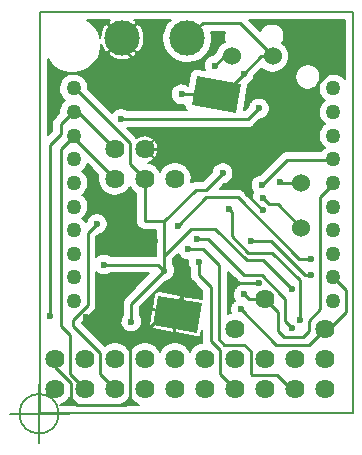
<source format=gbr>
G04 #@! TF.FileFunction,Copper,L2,Bot,Signal*
%FSLAX46Y46*%
G04 Gerber Fmt 4.6, Leading zero omitted, Abs format (unit mm)*
G04 Created by KiCad (PCBNEW 4.0.2+dfsg1-stable) date Thu 12 Jan 2017 20:01:21 CET*
%MOMM*%
G01*
G04 APERTURE LIST*
%ADD10C,0.100000*%
%ADD11C,0.150000*%
%ADD12C,1.270000*%
%ADD13C,1.625600*%
%ADD14C,1.524000*%
%ADD15C,2.999740*%
%ADD16C,0.600000*%
%ADD17C,0.250000*%
%ADD18C,0.254000*%
%ADD19C,0.203200*%
G04 APERTURE END LIST*
D10*
D11*
X1666666Y0D02*
G75*
G03X1666666Y0I-1666666J0D01*
G01*
X-2500000Y0D02*
X2500000Y0D01*
X0Y2500000D02*
X0Y-2500000D01*
X59600Y43400D02*
X26559600Y43400D01*
X26559600Y43400D02*
X26559600Y34043400D01*
X26559600Y34043400D02*
X59600Y34043400D01*
X59600Y34043400D02*
X59600Y43400D01*
D12*
X2929600Y27537400D03*
X2929600Y25537400D03*
X2929600Y23537400D03*
X2929600Y21537400D03*
X2929600Y19537400D03*
X2929600Y17537400D03*
X2929600Y15537400D03*
X2929600Y13537400D03*
X2929600Y11537400D03*
X2929600Y9537400D03*
X24929600Y9537400D03*
X24929600Y11537400D03*
X24929600Y13537400D03*
X24929600Y15537400D03*
X24929600Y17537400D03*
X24929600Y19537400D03*
X24929600Y21537400D03*
X24929600Y23537400D03*
X24929600Y25537400D03*
X24929600Y27537400D03*
D10*
G36*
X13392381Y6844612D02*
X9640263Y7506212D01*
X10081329Y10007624D01*
X13833447Y9346024D01*
X13392381Y6844612D01*
X13392381Y6844612D01*
G37*
G36*
X16673914Y25455115D02*
X12921796Y26116715D01*
X13362862Y28618127D01*
X17114980Y27956527D01*
X16673914Y25455115D01*
X16673914Y25455115D01*
G37*
D13*
X1329600Y2075400D03*
X1329600Y4615400D03*
X3869600Y2075400D03*
X3869600Y4615400D03*
X6409600Y2075400D03*
X6409600Y4615400D03*
X8949600Y2075400D03*
X8949600Y4615400D03*
X11489600Y2075400D03*
X11489600Y4615400D03*
X14029600Y2075400D03*
X14029600Y4615400D03*
X16569600Y2075400D03*
X16569600Y4615400D03*
X19109600Y2075400D03*
X19109600Y4615400D03*
X21649600Y2075400D03*
X21649600Y4615400D03*
X24189600Y2075400D03*
X24189600Y4615400D03*
X11489600Y19855400D03*
X6409600Y19855400D03*
X6409600Y22395400D03*
X24189600Y7155400D03*
X19109600Y9695400D03*
X8949600Y22395400D03*
X8949600Y19855400D03*
X16569600Y7155400D03*
D14*
X19808500Y30247000D03*
X16308500Y30247000D03*
X22208500Y19494500D03*
X22208500Y15748000D03*
D15*
X12558500Y31797000D03*
X7058500Y31797000D03*
D16*
X18605500Y11049000D03*
X9842500Y14605000D03*
X12124600Y12362400D03*
X8255000Y29781500D03*
X18923000Y17208500D03*
X25590500Y29019500D03*
X20764500Y22733000D03*
X4000500Y8191500D03*
X17462500Y21209000D03*
X10600600Y12108400D03*
X5520600Y12616400D03*
X15553600Y20363400D03*
X21395600Y10584400D03*
X7806600Y7790400D03*
X18855600Y19347400D03*
X12065000Y27051000D03*
X17331600Y28745400D03*
X14859000Y29464000D03*
X4889500Y16065500D03*
X13521600Y12870400D03*
X23050500Y11747500D03*
X17966600Y14648400D03*
X16061600Y17315400D03*
X22098000Y7937500D03*
X13394600Y14775400D03*
X21399500Y7239000D03*
X12636500Y13906500D03*
X11743600Y15918400D03*
X23046600Y13124400D03*
X948600Y8298400D03*
X6921500Y24955500D03*
X18605500Y25844500D03*
X18923000Y18288000D03*
X20383500Y19621500D03*
X17081500Y8826500D03*
X17335500Y10096500D03*
D17*
X18605500Y11049000D02*
X16383000Y11049000D01*
X16065500Y10731500D02*
X16065500Y9080500D01*
X16383000Y11049000D02*
X16065500Y10731500D01*
X9842500Y14605000D02*
X9842500Y14859000D01*
X12124600Y12362400D02*
X12124600Y10477500D01*
X12124600Y10477500D02*
X12124600Y8813863D01*
X8255000Y29781500D02*
X7058500Y30978000D01*
X7058500Y30978000D02*
X7058500Y31797000D01*
X17462500Y18669000D02*
X17462500Y21209000D01*
X18923000Y17208500D02*
X17462500Y18669000D01*
X24638000Y29019500D02*
X25590500Y29019500D01*
X23558500Y27940000D02*
X24638000Y29019500D01*
X23558500Y25527000D02*
X23558500Y27940000D01*
X20764500Y22733000D02*
X23558500Y25527000D01*
X5365750Y6826250D02*
X8921750Y6826250D01*
X4000500Y8191500D02*
X5365750Y6826250D01*
X11736855Y8426118D02*
X10521618Y8426118D01*
X10521618Y8426118D02*
X8921750Y6826250D01*
X8921750Y6826250D02*
X7683500Y5588000D01*
X2667000Y2603500D02*
X1329600Y3940900D01*
X2667000Y1270000D02*
X2667000Y2603500D01*
X3175000Y762000D02*
X2667000Y1270000D01*
X7302500Y762000D02*
X3175000Y762000D01*
X7683500Y1143000D02*
X7302500Y762000D01*
X7683500Y5588000D02*
X7683500Y1143000D01*
X1329600Y3940900D02*
X1329600Y4615400D01*
X12124600Y8813863D02*
X11736855Y8426118D01*
X8949600Y22395400D02*
X16276100Y22395400D01*
X16276100Y22395400D02*
X17462500Y21209000D01*
D18*
X10600600Y16299400D02*
X13267600Y18966400D01*
X10600600Y16299400D02*
X8949600Y16299400D01*
X13267600Y18966400D02*
X14156600Y18966400D01*
X14156600Y18966400D02*
X15553600Y20363400D01*
X12886600Y15664400D02*
X14918600Y15664400D01*
X10600600Y13378400D02*
X12886600Y15664400D01*
X10600600Y12108400D02*
X10600600Y13378400D01*
X10600600Y13378400D02*
X10600600Y16299400D01*
X7806600Y7790400D02*
X7806600Y9314400D01*
X7806600Y9314400D02*
X10600600Y12108400D01*
X14918600Y15664400D02*
X17585600Y12997400D01*
X17585600Y12997400D02*
X18982600Y12997400D01*
X18982600Y12997400D02*
X21395600Y10584400D01*
X8949600Y16299400D02*
X8949600Y19855400D01*
X8949600Y19855400D02*
X7679600Y21125400D01*
X7679600Y21125400D02*
X7679600Y22903400D01*
X7679600Y22903400D02*
X3107600Y27475400D01*
X3107600Y27475400D02*
X2853600Y27475400D01*
X10092600Y12616400D02*
X5520600Y12616400D01*
X10600600Y12108400D02*
X10092600Y12616400D01*
X18855600Y19347400D02*
X21014600Y21506400D01*
X21014600Y21506400D02*
X24898600Y21506400D01*
X24898600Y21506400D02*
X24929600Y21537400D01*
D17*
X19808500Y30247000D02*
X19808500Y30293000D01*
X19808500Y30293000D02*
X17018000Y33083500D01*
X13845000Y33083500D02*
X12558500Y31797000D01*
X17018000Y33083500D02*
X13845000Y33083500D01*
X19808500Y30247000D02*
X18833200Y30247000D01*
X18833200Y30247000D02*
X17331600Y28745400D01*
X12079379Y27036621D02*
X15018388Y27036621D01*
X12065000Y27051000D02*
X12079379Y27036621D01*
D18*
X15553600Y26967400D02*
X17331600Y28745400D01*
X15087600Y26967400D02*
X15553600Y26967400D01*
X15018391Y27036619D02*
X15087600Y26967400D01*
D17*
X14859000Y29464000D02*
X15642000Y30247000D01*
X15642000Y30247000D02*
X16308500Y30247000D01*
D18*
X6409600Y2075400D02*
X5139600Y3345400D01*
X4123600Y9187400D02*
X4123600Y14902400D01*
X2853600Y7917400D02*
X4123600Y9187400D01*
X2853600Y7409400D02*
X2853600Y7917400D01*
X5139600Y5123400D02*
X2853600Y7409400D01*
X5139600Y3345400D02*
X5139600Y5123400D01*
D17*
X4123600Y15299600D02*
X4123600Y14902400D01*
X4889500Y16065500D02*
X4123600Y15299600D01*
D18*
X16569600Y2075400D02*
X15299600Y3345400D01*
X13521600Y11727400D02*
X13521600Y12870400D01*
X14537600Y10711400D02*
X13521600Y11727400D01*
X14537600Y6139400D02*
X14537600Y10711400D01*
X15299600Y5377400D02*
X14537600Y6139400D01*
X15299600Y3345400D02*
X15299600Y5377400D01*
X19617600Y14648400D02*
X17966600Y14648400D01*
X22538600Y11727400D02*
X19617600Y14648400D01*
X23050500Y11747500D02*
X22538600Y11727400D01*
X23050500Y11747500D02*
X22923500Y11747500D01*
D17*
X22094100Y8171400D02*
X22094100Y7941400D01*
D18*
X16315600Y17061400D02*
X16061600Y17315400D01*
X16315600Y15029400D02*
X16315600Y17061400D01*
X16315600Y15029400D02*
X17712600Y13632400D01*
X17712600Y13632400D02*
X19744600Y13632400D01*
X19744600Y13632400D02*
X22094100Y11282900D01*
X22094100Y11282900D02*
X22094100Y8171400D01*
D17*
X22094100Y7941400D02*
X22098000Y7937500D01*
D18*
X20510500Y10072500D02*
X18855600Y11727400D01*
X18855600Y11727400D02*
X17331600Y11727400D01*
X17331600Y11727400D02*
X14283600Y14775400D01*
X14283600Y14775400D02*
X13394600Y14775400D01*
D17*
X20828000Y9755000D02*
X20510500Y10072500D01*
X20828000Y7810500D02*
X20828000Y9755000D01*
X21399500Y7239000D02*
X20828000Y7810500D01*
X21649600Y2075400D02*
X21292600Y2075400D01*
X21292600Y2075400D02*
X20129500Y3238500D01*
X13906500Y13906500D02*
X12636500Y13906500D01*
X15240000Y12573000D02*
X13906500Y13906500D01*
X15240000Y6286500D02*
X15240000Y12573000D01*
X15684500Y5842000D02*
X15240000Y6286500D01*
X17335500Y5842000D02*
X15684500Y5842000D01*
X17907000Y5270500D02*
X17335500Y5842000D01*
X17907000Y3365500D02*
X17907000Y5270500D01*
X18034000Y3238500D02*
X17907000Y3365500D01*
X20129500Y3238500D02*
X18034000Y3238500D01*
D18*
X23046600Y13124400D02*
X22030600Y13124400D01*
X22030600Y13124400D02*
X16823600Y18331400D01*
X16823600Y18331400D02*
X14156600Y18331400D01*
X14156600Y18331400D02*
X11743600Y15918400D01*
X3267600Y25537400D02*
X2929600Y25537400D01*
X6409600Y22395400D02*
X3267600Y25537400D01*
X2853600Y25570400D02*
X2980600Y25570400D01*
X948600Y22776400D02*
X1837600Y23665400D01*
X1837600Y23665400D02*
X1837600Y24554400D01*
X1837600Y24554400D02*
X2853600Y25570400D01*
X948600Y8298400D02*
X948600Y22776400D01*
X6409600Y19855400D02*
X2929600Y23335400D01*
X1837600Y7409400D02*
X1837600Y22363700D01*
X2599600Y6647400D02*
X1837600Y7409400D01*
X2599600Y3345400D02*
X2599600Y6647400D01*
X3869600Y2075400D02*
X2599600Y3345400D01*
X1837600Y22395400D02*
X2853600Y23411400D01*
D17*
X17716500Y24955500D02*
X6921500Y24955500D01*
X18605500Y25844500D02*
X17716500Y24955500D01*
X20240000Y17716500D02*
X22208500Y15748000D01*
X19494500Y17716500D02*
X20240000Y17716500D01*
X18923000Y18288000D02*
X19494500Y17716500D01*
X20510500Y19494500D02*
X22208500Y19494500D01*
X20383500Y19621500D02*
X20510500Y19494500D01*
X24189600Y7155400D02*
X24554400Y7155400D01*
X24554400Y7155400D02*
X25971500Y8572500D01*
X25971500Y10495500D02*
X24929600Y11537400D01*
X25971500Y8572500D02*
X25971500Y10495500D01*
X22876200Y5842000D02*
X24189600Y7155400D01*
X20066000Y5842000D02*
X22876200Y5842000D01*
X17081500Y8826500D02*
X20066000Y5842000D01*
D18*
X24189600Y7155400D02*
X23681600Y7663400D01*
D17*
X24929600Y19537400D02*
X24929600Y19468600D01*
X24929600Y19468600D02*
X23812500Y18351500D01*
X23812500Y18351500D02*
X23812500Y8826500D01*
X23812500Y8826500D02*
X22860000Y7874000D01*
X22860000Y7874000D02*
X22860000Y6985000D01*
X22860000Y6985000D02*
X22352000Y6477000D01*
X22352000Y6477000D02*
X20701000Y6477000D01*
X20701000Y6477000D02*
X20193000Y6985000D01*
X20193000Y6985000D02*
X20193000Y8612000D01*
X20193000Y8612000D02*
X19109600Y9695400D01*
X19109600Y9695400D02*
X17736600Y9695400D01*
X17736600Y9695400D02*
X17335500Y10096500D01*
D19*
G36*
X7678373Y1422078D02*
X7829481Y1187605D01*
X8023254Y986947D01*
X8252311Y827748D01*
X8480626Y728000D01*
X6869324Y728000D01*
X7054031Y799643D01*
X7289554Y949110D01*
X7491559Y1141478D01*
X7652353Y1369418D01*
X7677161Y1425138D01*
X7678373Y1422078D01*
X7678373Y1422078D01*
G37*
X7678373Y1422078D02*
X7829481Y1187605D01*
X8023254Y986947D01*
X8252311Y827748D01*
X8480626Y728000D01*
X6869324Y728000D01*
X7054031Y799643D01*
X7289554Y949110D01*
X7491559Y1141478D01*
X7652353Y1369418D01*
X7677161Y1425138D01*
X7678373Y1422078D01*
G36*
X2598373Y1422078D02*
X2749481Y1187605D01*
X2943254Y986947D01*
X3172311Y827748D01*
X3400626Y728000D01*
X1789324Y728000D01*
X1974031Y799643D01*
X2209554Y949110D01*
X2411559Y1141478D01*
X2572353Y1369418D01*
X2597161Y1425138D01*
X2598373Y1422078D01*
X2598373Y1422078D01*
G37*
X2598373Y1422078D02*
X2749481Y1187605D01*
X2943254Y986947D01*
X3172311Y827748D01*
X3400626Y728000D01*
X1789324Y728000D01*
X1974031Y799643D01*
X2209554Y949110D01*
X2411559Y1141478D01*
X2572353Y1369418D01*
X2597161Y1425138D01*
X2598373Y1422078D01*
G36*
X1379098Y4629542D02*
X1364955Y4615400D01*
X1379098Y4601258D01*
X1343742Y4565902D01*
X1329600Y4580045D01*
X1315458Y4565902D01*
X1280102Y4601258D01*
X1294245Y4615400D01*
X1280102Y4629542D01*
X1315458Y4664898D01*
X1329600Y4650755D01*
X1343742Y4664898D01*
X1379098Y4629542D01*
X1379098Y4629542D01*
G37*
X1379098Y4629542D02*
X1364955Y4615400D01*
X1379098Y4601258D01*
X1343742Y4565902D01*
X1329600Y4580045D01*
X1315458Y4565902D01*
X1280102Y4601258D01*
X1294245Y4615400D01*
X1280102Y4629542D01*
X1315458Y4664898D01*
X1329600Y4650755D01*
X1343742Y4664898D01*
X1379098Y4629542D01*
G36*
X11823573Y13488712D02*
X11920203Y13338770D01*
X12044118Y13210453D01*
X12190596Y13108648D01*
X12354058Y13037233D01*
X12528279Y12998929D01*
X12618557Y12997038D01*
X12613295Y12972283D01*
X12610805Y12793918D01*
X12643006Y12618467D01*
X12708673Y12452612D01*
X12785000Y12334174D01*
X12785000Y11727400D01*
X12791636Y11659723D01*
X12797569Y11591901D01*
X12798650Y11588179D01*
X12799028Y11584327D01*
X12818689Y11519207D01*
X12837677Y11453851D01*
X12839459Y11450413D01*
X12840579Y11446704D01*
X12872523Y11386627D01*
X12903835Y11326219D01*
X12906252Y11323192D01*
X12908070Y11319772D01*
X12951084Y11267032D01*
X12993523Y11213869D01*
X12998837Y11208480D01*
X12998930Y11208366D01*
X12999035Y11208279D01*
X13000745Y11206545D01*
X13801000Y10406290D01*
X13801000Y9712019D01*
X12130971Y10006490D01*
X12028216Y9934540D01*
X11765816Y8446397D01*
X11785513Y8442924D01*
X11776830Y8393684D01*
X11757134Y8397157D01*
X11494734Y6909014D01*
X11566684Y6806259D01*
X13296356Y6501271D01*
X13365184Y6489134D01*
X13435057Y6490659D01*
X13503290Y6505786D01*
X13567261Y6533934D01*
X13624510Y6574021D01*
X13672840Y6624506D01*
X13710391Y6683450D01*
X13735722Y6748588D01*
X13801000Y7118797D01*
X13801000Y6139400D01*
X13807636Y6071723D01*
X13811986Y6021999D01*
X13626054Y5986530D01*
X13367419Y5882035D01*
X13134006Y5729294D01*
X12934706Y5534125D01*
X12777111Y5303962D01*
X12760408Y5264991D01*
X12751581Y5286407D01*
X12597214Y5518748D01*
X12400659Y5716681D01*
X12169401Y5872666D01*
X11912250Y5980762D01*
X11639001Y6036852D01*
X11360060Y6038800D01*
X11086054Y5986530D01*
X10827419Y5882035D01*
X10594006Y5729294D01*
X10394706Y5534125D01*
X10237111Y5303962D01*
X10220408Y5264991D01*
X10211581Y5286407D01*
X10057214Y5518748D01*
X9860659Y5716681D01*
X9629401Y5872666D01*
X9372250Y5980762D01*
X9099001Y6036852D01*
X8820060Y6038800D01*
X8546054Y5986530D01*
X8287419Y5882035D01*
X8054006Y5729294D01*
X7854706Y5534125D01*
X7697111Y5303962D01*
X7680408Y5264991D01*
X7671581Y5286407D01*
X7517214Y5518748D01*
X7320659Y5716681D01*
X7089401Y5872666D01*
X6832250Y5980762D01*
X6559001Y6036852D01*
X6280060Y6038800D01*
X6006054Y5986530D01*
X5747419Y5882035D01*
X5551126Y5753584D01*
X3641310Y7663400D01*
X4644455Y8666545D01*
X4687634Y8719112D01*
X4731379Y8771245D01*
X4733246Y8774640D01*
X4735703Y8777632D01*
X4767845Y8837578D01*
X4800635Y8897222D01*
X4801806Y8900915D01*
X4803636Y8904327D01*
X4823523Y8969373D01*
X4844104Y9034252D01*
X4844536Y9038102D01*
X4845668Y9041805D01*
X4852546Y9109520D01*
X4860128Y9177115D01*
X4860181Y9184681D01*
X4860196Y9184829D01*
X4860183Y9184967D01*
X4860200Y9187400D01*
X4860200Y11990787D01*
X4928218Y11920353D01*
X5074696Y11818548D01*
X5238158Y11747133D01*
X5412379Y11708829D01*
X5590721Y11705093D01*
X5766393Y11736068D01*
X5932703Y11800576D01*
X6057540Y11879800D01*
X9330290Y11879800D01*
X7285745Y9835255D01*
X7242566Y9782688D01*
X7198821Y9730555D01*
X7196954Y9727160D01*
X7194497Y9724168D01*
X7162335Y9664187D01*
X7129565Y9604578D01*
X7128395Y9600889D01*
X7126563Y9597473D01*
X7106663Y9532382D01*
X7086096Y9467548D01*
X7085664Y9463698D01*
X7084532Y9459995D01*
X7077654Y9392280D01*
X7070072Y9324685D01*
X7070019Y9317119D01*
X7070004Y9316971D01*
X7070017Y9316833D01*
X7070000Y9314400D01*
X7070000Y8324697D01*
X7005655Y8230723D01*
X6935383Y8066766D01*
X6898295Y7892283D01*
X6895805Y7713918D01*
X6928006Y7538467D01*
X6993673Y7372612D01*
X7090303Y7222670D01*
X7214218Y7094353D01*
X7360696Y6992548D01*
X7524158Y6921133D01*
X7698379Y6882829D01*
X7876721Y6879093D01*
X8052393Y6910068D01*
X8218703Y6974576D01*
X8369315Y7070157D01*
X8498494Y7193173D01*
X8601319Y7338937D01*
X8673874Y7501896D01*
X8681033Y7533408D01*
X9284785Y7533408D01*
X9286310Y7463535D01*
X9301436Y7395303D01*
X9329585Y7331332D01*
X9369671Y7274082D01*
X9420157Y7225752D01*
X9479102Y7188201D01*
X9544239Y7162870D01*
X9613067Y7150734D01*
X11342739Y6845746D01*
X11445494Y6917696D01*
X11707894Y8405839D01*
X9594398Y8778505D01*
X9491643Y8706556D01*
X9284785Y7533408D01*
X8681033Y7533408D01*
X8713394Y7675845D01*
X8716239Y7879591D01*
X8681591Y8054575D01*
X8613615Y8219497D01*
X8543200Y8325480D01*
X8543200Y8930501D01*
X9531130Y8930501D01*
X9603080Y8827746D01*
X11716576Y8455079D01*
X11978976Y9943222D01*
X11907026Y10045977D01*
X10177354Y10350965D01*
X10108526Y10363102D01*
X10038653Y10361577D01*
X9970420Y10346450D01*
X9906449Y10318302D01*
X9849200Y10278215D01*
X9800870Y10227730D01*
X9763319Y10168786D01*
X9737988Y10103648D01*
X9531130Y8930501D01*
X8543200Y8930501D01*
X8543200Y9009290D01*
X10743907Y11209997D01*
X10846393Y11228068D01*
X11012703Y11292576D01*
X11163315Y11388157D01*
X11292494Y11511173D01*
X11395319Y11656937D01*
X11467874Y11819896D01*
X11507394Y11993845D01*
X11510239Y12197591D01*
X11475591Y12372575D01*
X11407615Y12537497D01*
X11337200Y12643480D01*
X11337200Y13073290D01*
X11803449Y13539539D01*
X11823573Y13488712D01*
X11823573Y13488712D01*
G37*
X11823573Y13488712D02*
X11920203Y13338770D01*
X12044118Y13210453D01*
X12190596Y13108648D01*
X12354058Y13037233D01*
X12528279Y12998929D01*
X12618557Y12997038D01*
X12613295Y12972283D01*
X12610805Y12793918D01*
X12643006Y12618467D01*
X12708673Y12452612D01*
X12785000Y12334174D01*
X12785000Y11727400D01*
X12791636Y11659723D01*
X12797569Y11591901D01*
X12798650Y11588179D01*
X12799028Y11584327D01*
X12818689Y11519207D01*
X12837677Y11453851D01*
X12839459Y11450413D01*
X12840579Y11446704D01*
X12872523Y11386627D01*
X12903835Y11326219D01*
X12906252Y11323192D01*
X12908070Y11319772D01*
X12951084Y11267032D01*
X12993523Y11213869D01*
X12998837Y11208480D01*
X12998930Y11208366D01*
X12999035Y11208279D01*
X13000745Y11206545D01*
X13801000Y10406290D01*
X13801000Y9712019D01*
X12130971Y10006490D01*
X12028216Y9934540D01*
X11765816Y8446397D01*
X11785513Y8442924D01*
X11776830Y8393684D01*
X11757134Y8397157D01*
X11494734Y6909014D01*
X11566684Y6806259D01*
X13296356Y6501271D01*
X13365184Y6489134D01*
X13435057Y6490659D01*
X13503290Y6505786D01*
X13567261Y6533934D01*
X13624510Y6574021D01*
X13672840Y6624506D01*
X13710391Y6683450D01*
X13735722Y6748588D01*
X13801000Y7118797D01*
X13801000Y6139400D01*
X13807636Y6071723D01*
X13811986Y6021999D01*
X13626054Y5986530D01*
X13367419Y5882035D01*
X13134006Y5729294D01*
X12934706Y5534125D01*
X12777111Y5303962D01*
X12760408Y5264991D01*
X12751581Y5286407D01*
X12597214Y5518748D01*
X12400659Y5716681D01*
X12169401Y5872666D01*
X11912250Y5980762D01*
X11639001Y6036852D01*
X11360060Y6038800D01*
X11086054Y5986530D01*
X10827419Y5882035D01*
X10594006Y5729294D01*
X10394706Y5534125D01*
X10237111Y5303962D01*
X10220408Y5264991D01*
X10211581Y5286407D01*
X10057214Y5518748D01*
X9860659Y5716681D01*
X9629401Y5872666D01*
X9372250Y5980762D01*
X9099001Y6036852D01*
X8820060Y6038800D01*
X8546054Y5986530D01*
X8287419Y5882035D01*
X8054006Y5729294D01*
X7854706Y5534125D01*
X7697111Y5303962D01*
X7680408Y5264991D01*
X7671581Y5286407D01*
X7517214Y5518748D01*
X7320659Y5716681D01*
X7089401Y5872666D01*
X6832250Y5980762D01*
X6559001Y6036852D01*
X6280060Y6038800D01*
X6006054Y5986530D01*
X5747419Y5882035D01*
X5551126Y5753584D01*
X3641310Y7663400D01*
X4644455Y8666545D01*
X4687634Y8719112D01*
X4731379Y8771245D01*
X4733246Y8774640D01*
X4735703Y8777632D01*
X4767845Y8837578D01*
X4800635Y8897222D01*
X4801806Y8900915D01*
X4803636Y8904327D01*
X4823523Y8969373D01*
X4844104Y9034252D01*
X4844536Y9038102D01*
X4845668Y9041805D01*
X4852546Y9109520D01*
X4860128Y9177115D01*
X4860181Y9184681D01*
X4860196Y9184829D01*
X4860183Y9184967D01*
X4860200Y9187400D01*
X4860200Y11990787D01*
X4928218Y11920353D01*
X5074696Y11818548D01*
X5238158Y11747133D01*
X5412379Y11708829D01*
X5590721Y11705093D01*
X5766393Y11736068D01*
X5932703Y11800576D01*
X6057540Y11879800D01*
X9330290Y11879800D01*
X7285745Y9835255D01*
X7242566Y9782688D01*
X7198821Y9730555D01*
X7196954Y9727160D01*
X7194497Y9724168D01*
X7162335Y9664187D01*
X7129565Y9604578D01*
X7128395Y9600889D01*
X7126563Y9597473D01*
X7106663Y9532382D01*
X7086096Y9467548D01*
X7085664Y9463698D01*
X7084532Y9459995D01*
X7077654Y9392280D01*
X7070072Y9324685D01*
X7070019Y9317119D01*
X7070004Y9316971D01*
X7070017Y9316833D01*
X7070000Y9314400D01*
X7070000Y8324697D01*
X7005655Y8230723D01*
X6935383Y8066766D01*
X6898295Y7892283D01*
X6895805Y7713918D01*
X6928006Y7538467D01*
X6993673Y7372612D01*
X7090303Y7222670D01*
X7214218Y7094353D01*
X7360696Y6992548D01*
X7524158Y6921133D01*
X7698379Y6882829D01*
X7876721Y6879093D01*
X8052393Y6910068D01*
X8218703Y6974576D01*
X8369315Y7070157D01*
X8498494Y7193173D01*
X8601319Y7338937D01*
X8673874Y7501896D01*
X8681033Y7533408D01*
X9284785Y7533408D01*
X9286310Y7463535D01*
X9301436Y7395303D01*
X9329585Y7331332D01*
X9369671Y7274082D01*
X9420157Y7225752D01*
X9479102Y7188201D01*
X9544239Y7162870D01*
X9613067Y7150734D01*
X11342739Y6845746D01*
X11445494Y6917696D01*
X11707894Y8405839D01*
X9594398Y8778505D01*
X9491643Y8706556D01*
X9284785Y7533408D01*
X8681033Y7533408D01*
X8713394Y7675845D01*
X8716239Y7879591D01*
X8681591Y8054575D01*
X8613615Y8219497D01*
X8543200Y8325480D01*
X8543200Y8930501D01*
X9531130Y8930501D01*
X9603080Y8827746D01*
X11716576Y8455079D01*
X11978976Y9943222D01*
X11907026Y10045977D01*
X10177354Y10350965D01*
X10108526Y10363102D01*
X10038653Y10361577D01*
X9970420Y10346450D01*
X9906449Y10318302D01*
X9849200Y10278215D01*
X9800870Y10227730D01*
X9763319Y10168786D01*
X9737988Y10103648D01*
X9531130Y8930501D01*
X8543200Y8930501D01*
X8543200Y9009290D01*
X10743907Y11209997D01*
X10846393Y11228068D01*
X11012703Y11292576D01*
X11163315Y11388157D01*
X11292494Y11511173D01*
X11395319Y11656937D01*
X11467874Y11819896D01*
X11507394Y11993845D01*
X11510239Y12197591D01*
X11475591Y12372575D01*
X11407615Y12537497D01*
X11337200Y12643480D01*
X11337200Y13073290D01*
X11803449Y13539539D01*
X11823573Y13488712D01*
G36*
X16810745Y11206545D02*
X16863312Y11163366D01*
X16915445Y11119621D01*
X16918840Y11117754D01*
X16921832Y11115297D01*
X16981794Y11083146D01*
X17041422Y11050365D01*
X17045113Y11049194D01*
X17048528Y11047363D01*
X17113604Y11027467D01*
X17178452Y11006896D01*
X17182302Y11006464D01*
X17186005Y11005332D01*
X17224688Y11001403D01*
X17077440Y10973314D01*
X16912047Y10906491D01*
X16762783Y10808816D01*
X16635335Y10684009D01*
X16534555Y10536823D01*
X16464283Y10372866D01*
X16427195Y10198383D01*
X16424705Y10020018D01*
X16456906Y9844567D01*
X16522573Y9678712D01*
X16581896Y9586660D01*
X16508783Y9538816D01*
X16381335Y9414009D01*
X16280555Y9266823D01*
X16210283Y9102866D01*
X16173195Y8928383D01*
X16170705Y8750018D01*
X16202906Y8574567D01*
X16218002Y8536440D01*
X16166054Y8526530D01*
X15974600Y8449178D01*
X15974600Y12042690D01*
X16810745Y11206545D01*
X16810745Y11206545D01*
G37*
X16810745Y11206545D02*
X16863312Y11163366D01*
X16915445Y11119621D01*
X16918840Y11117754D01*
X16921832Y11115297D01*
X16981794Y11083146D01*
X17041422Y11050365D01*
X17045113Y11049194D01*
X17048528Y11047363D01*
X17113604Y11027467D01*
X17178452Y11006896D01*
X17182302Y11006464D01*
X17186005Y11005332D01*
X17224688Y11001403D01*
X17077440Y10973314D01*
X16912047Y10906491D01*
X16762783Y10808816D01*
X16635335Y10684009D01*
X16534555Y10536823D01*
X16464283Y10372866D01*
X16427195Y10198383D01*
X16424705Y10020018D01*
X16456906Y9844567D01*
X16522573Y9678712D01*
X16581896Y9586660D01*
X16508783Y9538816D01*
X16381335Y9414009D01*
X16280555Y9266823D01*
X16210283Y9102866D01*
X16173195Y8928383D01*
X16170705Y8750018D01*
X16202906Y8574567D01*
X16218002Y8536440D01*
X16166054Y8526530D01*
X15974600Y8449178D01*
X15974600Y12042690D01*
X16810745Y11206545D01*
G36*
X2979098Y9551542D02*
X2964955Y9537400D01*
X2979098Y9523257D01*
X2943743Y9487902D01*
X2929600Y9502045D01*
X2915458Y9487902D01*
X2880103Y9523257D01*
X2894245Y9537400D01*
X2880103Y9551542D01*
X2915458Y9586897D01*
X2929600Y9572755D01*
X2943743Y9586897D01*
X2979098Y9551542D01*
X2979098Y9551542D01*
G37*
X2979098Y9551542D02*
X2964955Y9537400D01*
X2979098Y9523257D01*
X2943743Y9487902D01*
X2929600Y9502045D01*
X2915458Y9487902D01*
X2880103Y9523257D01*
X2894245Y9537400D01*
X2880103Y9551542D01*
X2915458Y9586897D01*
X2929600Y9572755D01*
X2943743Y9586897D01*
X2979098Y9551542D01*
G36*
X5027676Y20195614D02*
X4989225Y20014721D01*
X4985331Y19735801D01*
X5035686Y19461436D01*
X5138373Y19202078D01*
X5289481Y18967605D01*
X5483254Y18766947D01*
X5712311Y18607748D01*
X5967928Y18496072D01*
X6240367Y18436172D01*
X6519253Y18430330D01*
X6793962Y18478769D01*
X7054031Y18579643D01*
X7289554Y18729110D01*
X7491559Y18921478D01*
X7652353Y19149418D01*
X7677161Y19205138D01*
X7678373Y19202078D01*
X7829481Y18967605D01*
X8023254Y18766947D01*
X8213000Y18635070D01*
X8213000Y16299400D01*
X8219766Y16230395D01*
X8226047Y16161375D01*
X8226776Y16158899D01*
X8227028Y16156327D01*
X8247068Y16089953D01*
X8266636Y16023465D01*
X8267833Y16021176D01*
X8268579Y16018704D01*
X8301112Y15957518D01*
X8333239Y15896065D01*
X8334858Y15894051D01*
X8336070Y15891772D01*
X8379876Y15838060D01*
X8423319Y15784028D01*
X8425297Y15782368D01*
X8426930Y15780366D01*
X8480307Y15736209D01*
X8533445Y15691621D01*
X8535712Y15690375D01*
X8537699Y15688731D01*
X8598599Y15655803D01*
X8659422Y15622365D01*
X8661886Y15621583D01*
X8664156Y15620356D01*
X8730302Y15599880D01*
X8796452Y15578896D01*
X8799022Y15578608D01*
X8801486Y15577845D01*
X8870388Y15570603D01*
X8939315Y15562872D01*
X8944275Y15562837D01*
X8944458Y15562818D01*
X8944642Y15562835D01*
X8949600Y15562800D01*
X9864000Y15562800D01*
X9864000Y13353000D01*
X6055245Y13353000D01*
X5955321Y13420400D01*
X5790877Y13489525D01*
X5616139Y13525394D01*
X5437762Y13526639D01*
X5262540Y13493214D01*
X5097147Y13426391D01*
X4947883Y13328716D01*
X4860200Y13242850D01*
X4860200Y14902400D01*
X4858200Y14922798D01*
X4858200Y14995318D01*
X5029374Y15166492D01*
X5135293Y15185168D01*
X5301603Y15249676D01*
X5452215Y15345257D01*
X5581394Y15468273D01*
X5684219Y15614037D01*
X5756774Y15776996D01*
X5796294Y15950945D01*
X5799139Y16154691D01*
X5764491Y16329675D01*
X5696515Y16494597D01*
X5597800Y16643175D01*
X5472106Y16769750D01*
X5324221Y16869500D01*
X5159777Y16938625D01*
X4985039Y16974494D01*
X4806662Y16975739D01*
X4631440Y16942314D01*
X4466047Y16875491D01*
X4316783Y16777816D01*
X4189335Y16653009D01*
X4088555Y16505823D01*
X4018283Y16341866D01*
X3988941Y16203823D01*
X3984262Y16199144D01*
X3898763Y16327830D01*
X3726776Y16501021D01*
X3674721Y16536133D01*
X3699560Y16551896D01*
X3876315Y16720218D01*
X4017009Y16919665D01*
X4116285Y17142642D01*
X4170360Y17380656D01*
X4174253Y17659439D01*
X4126845Y17898870D01*
X4033834Y18124531D01*
X3898763Y18327830D01*
X3726776Y18501021D01*
X3674721Y18536133D01*
X3699560Y18551896D01*
X3876315Y18720218D01*
X4017009Y18919665D01*
X4116285Y19142642D01*
X4170360Y19380656D01*
X4174253Y19659439D01*
X4126845Y19898870D01*
X4033834Y20124531D01*
X3898763Y20327830D01*
X3726776Y20501021D01*
X3674721Y20536133D01*
X3699560Y20551896D01*
X3876315Y20720218D01*
X4017009Y20919665D01*
X4105306Y21117984D01*
X5027676Y20195614D01*
X5027676Y20195614D01*
G37*
X5027676Y20195614D02*
X4989225Y20014721D01*
X4985331Y19735801D01*
X5035686Y19461436D01*
X5138373Y19202078D01*
X5289481Y18967605D01*
X5483254Y18766947D01*
X5712311Y18607748D01*
X5967928Y18496072D01*
X6240367Y18436172D01*
X6519253Y18430330D01*
X6793962Y18478769D01*
X7054031Y18579643D01*
X7289554Y18729110D01*
X7491559Y18921478D01*
X7652353Y19149418D01*
X7677161Y19205138D01*
X7678373Y19202078D01*
X7829481Y18967605D01*
X8023254Y18766947D01*
X8213000Y18635070D01*
X8213000Y16299400D01*
X8219766Y16230395D01*
X8226047Y16161375D01*
X8226776Y16158899D01*
X8227028Y16156327D01*
X8247068Y16089953D01*
X8266636Y16023465D01*
X8267833Y16021176D01*
X8268579Y16018704D01*
X8301112Y15957518D01*
X8333239Y15896065D01*
X8334858Y15894051D01*
X8336070Y15891772D01*
X8379876Y15838060D01*
X8423319Y15784028D01*
X8425297Y15782368D01*
X8426930Y15780366D01*
X8480307Y15736209D01*
X8533445Y15691621D01*
X8535712Y15690375D01*
X8537699Y15688731D01*
X8598599Y15655803D01*
X8659422Y15622365D01*
X8661886Y15621583D01*
X8664156Y15620356D01*
X8730302Y15599880D01*
X8796452Y15578896D01*
X8799022Y15578608D01*
X8801486Y15577845D01*
X8870388Y15570603D01*
X8939315Y15562872D01*
X8944275Y15562837D01*
X8944458Y15562818D01*
X8944642Y15562835D01*
X8949600Y15562800D01*
X9864000Y15562800D01*
X9864000Y13353000D01*
X6055245Y13353000D01*
X5955321Y13420400D01*
X5790877Y13489525D01*
X5616139Y13525394D01*
X5437762Y13526639D01*
X5262540Y13493214D01*
X5097147Y13426391D01*
X4947883Y13328716D01*
X4860200Y13242850D01*
X4860200Y14902400D01*
X4858200Y14922798D01*
X4858200Y14995318D01*
X5029374Y15166492D01*
X5135293Y15185168D01*
X5301603Y15249676D01*
X5452215Y15345257D01*
X5581394Y15468273D01*
X5684219Y15614037D01*
X5756774Y15776996D01*
X5796294Y15950945D01*
X5799139Y16154691D01*
X5764491Y16329675D01*
X5696515Y16494597D01*
X5597800Y16643175D01*
X5472106Y16769750D01*
X5324221Y16869500D01*
X5159777Y16938625D01*
X4985039Y16974494D01*
X4806662Y16975739D01*
X4631440Y16942314D01*
X4466047Y16875491D01*
X4316783Y16777816D01*
X4189335Y16653009D01*
X4088555Y16505823D01*
X4018283Y16341866D01*
X3988941Y16203823D01*
X3984262Y16199144D01*
X3898763Y16327830D01*
X3726776Y16501021D01*
X3674721Y16536133D01*
X3699560Y16551896D01*
X3876315Y16720218D01*
X4017009Y16919665D01*
X4116285Y17142642D01*
X4170360Y17380656D01*
X4174253Y17659439D01*
X4126845Y17898870D01*
X4033834Y18124531D01*
X3898763Y18327830D01*
X3726776Y18501021D01*
X3674721Y18536133D01*
X3699560Y18551896D01*
X3876315Y18720218D01*
X4017009Y18919665D01*
X4116285Y19142642D01*
X4170360Y19380656D01*
X4174253Y19659439D01*
X4126845Y19898870D01*
X4033834Y20124531D01*
X3898763Y20327830D01*
X3726776Y20501021D01*
X3674721Y20536133D01*
X3699560Y20551896D01*
X3876315Y20720218D01*
X4017009Y20919665D01*
X4105306Y21117984D01*
X5027676Y20195614D01*
G36*
X25875000Y28351759D02*
X25726776Y28501021D01*
X25524426Y28637508D01*
X25299419Y28732092D01*
X25060326Y28781171D01*
X24816253Y28782875D01*
X24576498Y28737139D01*
X24350192Y28645706D01*
X24145955Y28512057D01*
X23971568Y28341284D01*
X23833672Y28139892D01*
X23737519Y27915550D01*
X23686772Y27676805D01*
X23683364Y27432751D01*
X23727425Y27192682D01*
X23817276Y26965743D01*
X23949496Y26760579D01*
X24119047Y26585003D01*
X24186154Y26538362D01*
X24145955Y26512057D01*
X23971568Y26341284D01*
X23833672Y26139892D01*
X23737519Y25915550D01*
X23686772Y25676805D01*
X23683364Y25432751D01*
X23727425Y25192682D01*
X23817276Y24965743D01*
X23949496Y24760579D01*
X24119047Y24585003D01*
X24186154Y24538362D01*
X24145955Y24512057D01*
X23971568Y24341284D01*
X23833672Y24139892D01*
X23737519Y23915550D01*
X23686772Y23676805D01*
X23683364Y23432751D01*
X23727425Y23192682D01*
X23817276Y22965743D01*
X23949496Y22760579D01*
X24119047Y22585003D01*
X24186154Y22538362D01*
X24145955Y22512057D01*
X23971568Y22341284D01*
X23904272Y22243000D01*
X21014600Y22243000D01*
X20946923Y22236364D01*
X20879101Y22230431D01*
X20875379Y22229350D01*
X20871527Y22228972D01*
X20806407Y22209311D01*
X20741051Y22190323D01*
X20737613Y22188541D01*
X20733904Y22187421D01*
X20673827Y22155477D01*
X20613419Y22124165D01*
X20610392Y22121748D01*
X20606972Y22119930D01*
X20554201Y22076892D01*
X20501069Y22034476D01*
X20495681Y22029164D01*
X20495566Y22029070D01*
X20495478Y22028964D01*
X20493745Y22027255D01*
X18712665Y20246175D01*
X18597540Y20224214D01*
X18432147Y20157391D01*
X18282883Y20059716D01*
X18155435Y19934909D01*
X18054655Y19787723D01*
X17984383Y19623766D01*
X17947295Y19449283D01*
X17944805Y19270918D01*
X17977006Y19095467D01*
X18042673Y18929612D01*
X18139303Y18779670D01*
X18149783Y18768818D01*
X18122055Y18728323D01*
X18051783Y18564366D01*
X18014695Y18389883D01*
X18012205Y18211518D01*
X18018277Y18178433D01*
X17344455Y18852255D01*
X17291888Y18895434D01*
X17239755Y18939179D01*
X17236360Y18941046D01*
X17233368Y18943503D01*
X17173387Y18975665D01*
X17113778Y19008435D01*
X17110089Y19009605D01*
X17106673Y19011437D01*
X17041582Y19031337D01*
X16976748Y19051904D01*
X16972898Y19052336D01*
X16969195Y19053468D01*
X16901480Y19060346D01*
X16833885Y19067928D01*
X16826319Y19067981D01*
X16826171Y19067996D01*
X16826033Y19067983D01*
X16823600Y19068000D01*
X15299910Y19068000D01*
X15696907Y19464997D01*
X15799393Y19483068D01*
X15965703Y19547576D01*
X16116315Y19643157D01*
X16245494Y19766173D01*
X16348319Y19911937D01*
X16420874Y20074896D01*
X16460394Y20248845D01*
X16463239Y20452591D01*
X16428591Y20627575D01*
X16360615Y20792497D01*
X16261900Y20941075D01*
X16136206Y21067650D01*
X15988321Y21167400D01*
X15823877Y21236525D01*
X15649139Y21272394D01*
X15470762Y21273639D01*
X15295540Y21240214D01*
X15130147Y21173391D01*
X14980883Y21075716D01*
X14853435Y20950909D01*
X14752655Y20803723D01*
X14682383Y20639766D01*
X14653804Y20505314D01*
X13851490Y19703000D01*
X13267600Y19703000D01*
X13199918Y19696364D01*
X13132102Y19690431D01*
X13128381Y19689350D01*
X13124527Y19688972D01*
X13059395Y19669307D01*
X12994051Y19650323D01*
X12990612Y19648541D01*
X12986904Y19647421D01*
X12926866Y19615498D01*
X12889393Y19596075D01*
X12907612Y19676263D01*
X12912061Y19994873D01*
X12857880Y20268508D01*
X12751581Y20526407D01*
X12597214Y20758748D01*
X12400659Y20956681D01*
X12169401Y21112666D01*
X11912250Y21220762D01*
X11639001Y21276852D01*
X11360060Y21278800D01*
X11086054Y21226530D01*
X10827419Y21122035D01*
X10594006Y20969294D01*
X10394706Y20774125D01*
X10237111Y20543962D01*
X10220408Y20504991D01*
X10211581Y20526407D01*
X10057214Y20758748D01*
X9860659Y20956681D01*
X9629401Y21112666D01*
X9372250Y21220762D01*
X9206890Y21254706D01*
X9379044Y21303570D01*
X9583798Y21408329D01*
X9618838Y21431741D01*
X9698611Y21611033D01*
X8949600Y22360045D01*
X8935458Y22345902D01*
X8900102Y22381258D01*
X8914245Y22395400D01*
X8984955Y22395400D01*
X9733967Y21646389D01*
X9913259Y21726162D01*
X10025304Y21927022D01*
X10096010Y22145881D01*
X10122661Y22374329D01*
X10104232Y22603586D01*
X10041430Y22824844D01*
X9936671Y23029598D01*
X9913259Y23064638D01*
X9733967Y23144411D01*
X8984955Y22395400D01*
X8914245Y22395400D01*
X8900102Y22409542D01*
X8935458Y22444897D01*
X8949600Y22430755D01*
X9698611Y23179767D01*
X9618838Y23359059D01*
X9417978Y23471104D01*
X9199119Y23541810D01*
X8970671Y23568461D01*
X8741414Y23550032D01*
X8520156Y23487230D01*
X8315402Y23382471D01*
X8280362Y23359059D01*
X8271042Y23338111D01*
X8250129Y23363752D01*
X8207676Y23416932D01*
X8202363Y23422320D01*
X8202270Y23422434D01*
X8202165Y23422521D01*
X8200455Y23424255D01*
X7426243Y24198467D01*
X7461592Y24220900D01*
X17716500Y24220900D01*
X17784057Y24227524D01*
X17851630Y24233436D01*
X17855336Y24234513D01*
X17859185Y24234890D01*
X17924187Y24254515D01*
X17989307Y24273434D01*
X17992736Y24275212D01*
X17996434Y24276328D01*
X18056352Y24308187D01*
X18116592Y24339413D01*
X18119610Y24341823D01*
X18123021Y24343636D01*
X18175605Y24386522D01*
X18228637Y24428857D01*
X18234016Y24434161D01*
X18234124Y24434249D01*
X18234206Y24434349D01*
X18235941Y24436059D01*
X18745374Y24945492D01*
X18851293Y24964168D01*
X19017603Y25028676D01*
X19168215Y25124257D01*
X19297394Y25247273D01*
X19400219Y25393037D01*
X19472774Y25555996D01*
X19512294Y25729945D01*
X19515139Y25933691D01*
X19480491Y26108675D01*
X19412515Y26273597D01*
X19313800Y26422175D01*
X19188106Y26548750D01*
X19040221Y26648500D01*
X18875777Y26717625D01*
X18701039Y26753494D01*
X18522662Y26754739D01*
X18347440Y26721314D01*
X18182047Y26654491D01*
X18032783Y26556816D01*
X17905335Y26432009D01*
X17804555Y26284823D01*
X17734283Y26120866D01*
X17704941Y25982823D01*
X17412218Y25690100D01*
X17337347Y25690100D01*
X17718223Y27850159D01*
X17725100Y27922360D01*
X17743703Y27929576D01*
X17894315Y28025157D01*
X18023494Y28148173D01*
X18126319Y28293937D01*
X18182171Y28419382D01*
X21689453Y28419382D01*
X21727219Y28213608D01*
X21804234Y28019089D01*
X21917565Y27843234D01*
X22062895Y27692741D01*
X22234688Y27573342D01*
X22426401Y27489585D01*
X22630730Y27444660D01*
X22839895Y27440278D01*
X23045927Y27476607D01*
X23240979Y27552263D01*
X23417621Y27664363D01*
X23569125Y27808639D01*
X23689721Y27979594D01*
X23774814Y28170717D01*
X23821164Y28374729D01*
X23824501Y28613686D01*
X23783865Y28818912D01*
X23704141Y29012337D01*
X23588366Y29186592D01*
X23440949Y29335042D01*
X23267506Y29452031D01*
X23074643Y29533103D01*
X22869706Y29575171D01*
X22660500Y29576631D01*
X22454996Y29537429D01*
X22261019Y29459058D01*
X22085960Y29344502D01*
X21936484Y29198125D01*
X21818288Y29025503D01*
X21735871Y28833210D01*
X21692374Y28628571D01*
X21689453Y28419382D01*
X18182171Y28419382D01*
X18198874Y28456896D01*
X18233240Y28608158D01*
X18869679Y29244597D01*
X18915237Y29197420D01*
X19136114Y29043906D01*
X19382601Y28936219D01*
X19645311Y28878458D01*
X19914237Y28872825D01*
X20179135Y28919534D01*
X20429916Y29016805D01*
X20657027Y29160934D01*
X20851819Y29346432D01*
X21006870Y29566231D01*
X21116276Y29811961D01*
X21175869Y30074261D01*
X21180159Y30381492D01*
X21127913Y30645354D01*
X21025411Y30894043D01*
X20876557Y31118086D01*
X20687021Y31308950D01*
X20585311Y31377554D01*
X20636569Y31450217D01*
X20720649Y31639065D01*
X20766448Y31840647D01*
X20769745Y32076760D01*
X20729593Y32279542D01*
X20650818Y32470664D01*
X20536421Y32642845D01*
X20390759Y32789528D01*
X20219381Y32905124D01*
X20028814Y32985231D01*
X19826317Y33026798D01*
X19619602Y33028241D01*
X19416544Y32989505D01*
X19224877Y32912067D01*
X19051901Y32798875D01*
X18904206Y32654241D01*
X18787416Y32483673D01*
X18748202Y32392180D01*
X17781582Y33358800D01*
X25875000Y33358800D01*
X25875000Y28351759D01*
X25875000Y28351759D01*
G37*
X25875000Y28351759D02*
X25726776Y28501021D01*
X25524426Y28637508D01*
X25299419Y28732092D01*
X25060326Y28781171D01*
X24816253Y28782875D01*
X24576498Y28737139D01*
X24350192Y28645706D01*
X24145955Y28512057D01*
X23971568Y28341284D01*
X23833672Y28139892D01*
X23737519Y27915550D01*
X23686772Y27676805D01*
X23683364Y27432751D01*
X23727425Y27192682D01*
X23817276Y26965743D01*
X23949496Y26760579D01*
X24119047Y26585003D01*
X24186154Y26538362D01*
X24145955Y26512057D01*
X23971568Y26341284D01*
X23833672Y26139892D01*
X23737519Y25915550D01*
X23686772Y25676805D01*
X23683364Y25432751D01*
X23727425Y25192682D01*
X23817276Y24965743D01*
X23949496Y24760579D01*
X24119047Y24585003D01*
X24186154Y24538362D01*
X24145955Y24512057D01*
X23971568Y24341284D01*
X23833672Y24139892D01*
X23737519Y23915550D01*
X23686772Y23676805D01*
X23683364Y23432751D01*
X23727425Y23192682D01*
X23817276Y22965743D01*
X23949496Y22760579D01*
X24119047Y22585003D01*
X24186154Y22538362D01*
X24145955Y22512057D01*
X23971568Y22341284D01*
X23904272Y22243000D01*
X21014600Y22243000D01*
X20946923Y22236364D01*
X20879101Y22230431D01*
X20875379Y22229350D01*
X20871527Y22228972D01*
X20806407Y22209311D01*
X20741051Y22190323D01*
X20737613Y22188541D01*
X20733904Y22187421D01*
X20673827Y22155477D01*
X20613419Y22124165D01*
X20610392Y22121748D01*
X20606972Y22119930D01*
X20554201Y22076892D01*
X20501069Y22034476D01*
X20495681Y22029164D01*
X20495566Y22029070D01*
X20495478Y22028964D01*
X20493745Y22027255D01*
X18712665Y20246175D01*
X18597540Y20224214D01*
X18432147Y20157391D01*
X18282883Y20059716D01*
X18155435Y19934909D01*
X18054655Y19787723D01*
X17984383Y19623766D01*
X17947295Y19449283D01*
X17944805Y19270918D01*
X17977006Y19095467D01*
X18042673Y18929612D01*
X18139303Y18779670D01*
X18149783Y18768818D01*
X18122055Y18728323D01*
X18051783Y18564366D01*
X18014695Y18389883D01*
X18012205Y18211518D01*
X18018277Y18178433D01*
X17344455Y18852255D01*
X17291888Y18895434D01*
X17239755Y18939179D01*
X17236360Y18941046D01*
X17233368Y18943503D01*
X17173387Y18975665D01*
X17113778Y19008435D01*
X17110089Y19009605D01*
X17106673Y19011437D01*
X17041582Y19031337D01*
X16976748Y19051904D01*
X16972898Y19052336D01*
X16969195Y19053468D01*
X16901480Y19060346D01*
X16833885Y19067928D01*
X16826319Y19067981D01*
X16826171Y19067996D01*
X16826033Y19067983D01*
X16823600Y19068000D01*
X15299910Y19068000D01*
X15696907Y19464997D01*
X15799393Y19483068D01*
X15965703Y19547576D01*
X16116315Y19643157D01*
X16245494Y19766173D01*
X16348319Y19911937D01*
X16420874Y20074896D01*
X16460394Y20248845D01*
X16463239Y20452591D01*
X16428591Y20627575D01*
X16360615Y20792497D01*
X16261900Y20941075D01*
X16136206Y21067650D01*
X15988321Y21167400D01*
X15823877Y21236525D01*
X15649139Y21272394D01*
X15470762Y21273639D01*
X15295540Y21240214D01*
X15130147Y21173391D01*
X14980883Y21075716D01*
X14853435Y20950909D01*
X14752655Y20803723D01*
X14682383Y20639766D01*
X14653804Y20505314D01*
X13851490Y19703000D01*
X13267600Y19703000D01*
X13199918Y19696364D01*
X13132102Y19690431D01*
X13128381Y19689350D01*
X13124527Y19688972D01*
X13059395Y19669307D01*
X12994051Y19650323D01*
X12990612Y19648541D01*
X12986904Y19647421D01*
X12926866Y19615498D01*
X12889393Y19596075D01*
X12907612Y19676263D01*
X12912061Y19994873D01*
X12857880Y20268508D01*
X12751581Y20526407D01*
X12597214Y20758748D01*
X12400659Y20956681D01*
X12169401Y21112666D01*
X11912250Y21220762D01*
X11639001Y21276852D01*
X11360060Y21278800D01*
X11086054Y21226530D01*
X10827419Y21122035D01*
X10594006Y20969294D01*
X10394706Y20774125D01*
X10237111Y20543962D01*
X10220408Y20504991D01*
X10211581Y20526407D01*
X10057214Y20758748D01*
X9860659Y20956681D01*
X9629401Y21112666D01*
X9372250Y21220762D01*
X9206890Y21254706D01*
X9379044Y21303570D01*
X9583798Y21408329D01*
X9618838Y21431741D01*
X9698611Y21611033D01*
X8949600Y22360045D01*
X8935458Y22345902D01*
X8900102Y22381258D01*
X8914245Y22395400D01*
X8984955Y22395400D01*
X9733967Y21646389D01*
X9913259Y21726162D01*
X10025304Y21927022D01*
X10096010Y22145881D01*
X10122661Y22374329D01*
X10104232Y22603586D01*
X10041430Y22824844D01*
X9936671Y23029598D01*
X9913259Y23064638D01*
X9733967Y23144411D01*
X8984955Y22395400D01*
X8914245Y22395400D01*
X8900102Y22409542D01*
X8935458Y22444897D01*
X8949600Y22430755D01*
X9698611Y23179767D01*
X9618838Y23359059D01*
X9417978Y23471104D01*
X9199119Y23541810D01*
X8970671Y23568461D01*
X8741414Y23550032D01*
X8520156Y23487230D01*
X8315402Y23382471D01*
X8280362Y23359059D01*
X8271042Y23338111D01*
X8250129Y23363752D01*
X8207676Y23416932D01*
X8202363Y23422320D01*
X8202270Y23422434D01*
X8202165Y23422521D01*
X8200455Y23424255D01*
X7426243Y24198467D01*
X7461592Y24220900D01*
X17716500Y24220900D01*
X17784057Y24227524D01*
X17851630Y24233436D01*
X17855336Y24234513D01*
X17859185Y24234890D01*
X17924187Y24254515D01*
X17989307Y24273434D01*
X17992736Y24275212D01*
X17996434Y24276328D01*
X18056352Y24308187D01*
X18116592Y24339413D01*
X18119610Y24341823D01*
X18123021Y24343636D01*
X18175605Y24386522D01*
X18228637Y24428857D01*
X18234016Y24434161D01*
X18234124Y24434249D01*
X18234206Y24434349D01*
X18235941Y24436059D01*
X18745374Y24945492D01*
X18851293Y24964168D01*
X19017603Y25028676D01*
X19168215Y25124257D01*
X19297394Y25247273D01*
X19400219Y25393037D01*
X19472774Y25555996D01*
X19512294Y25729945D01*
X19515139Y25933691D01*
X19480491Y26108675D01*
X19412515Y26273597D01*
X19313800Y26422175D01*
X19188106Y26548750D01*
X19040221Y26648500D01*
X18875777Y26717625D01*
X18701039Y26753494D01*
X18522662Y26754739D01*
X18347440Y26721314D01*
X18182047Y26654491D01*
X18032783Y26556816D01*
X17905335Y26432009D01*
X17804555Y26284823D01*
X17734283Y26120866D01*
X17704941Y25982823D01*
X17412218Y25690100D01*
X17337347Y25690100D01*
X17718223Y27850159D01*
X17725100Y27922360D01*
X17743703Y27929576D01*
X17894315Y28025157D01*
X18023494Y28148173D01*
X18126319Y28293937D01*
X18182171Y28419382D01*
X21689453Y28419382D01*
X21727219Y28213608D01*
X21804234Y28019089D01*
X21917565Y27843234D01*
X22062895Y27692741D01*
X22234688Y27573342D01*
X22426401Y27489585D01*
X22630730Y27444660D01*
X22839895Y27440278D01*
X23045927Y27476607D01*
X23240979Y27552263D01*
X23417621Y27664363D01*
X23569125Y27808639D01*
X23689721Y27979594D01*
X23774814Y28170717D01*
X23821164Y28374729D01*
X23824501Y28613686D01*
X23783865Y28818912D01*
X23704141Y29012337D01*
X23588366Y29186592D01*
X23440949Y29335042D01*
X23267506Y29452031D01*
X23074643Y29533103D01*
X22869706Y29575171D01*
X22660500Y29576631D01*
X22454996Y29537429D01*
X22261019Y29459058D01*
X22085960Y29344502D01*
X21936484Y29198125D01*
X21818288Y29025503D01*
X21735871Y28833210D01*
X21692374Y28628571D01*
X21689453Y28419382D01*
X18182171Y28419382D01*
X18198874Y28456896D01*
X18233240Y28608158D01*
X18869679Y29244597D01*
X18915237Y29197420D01*
X19136114Y29043906D01*
X19382601Y28936219D01*
X19645311Y28878458D01*
X19914237Y28872825D01*
X20179135Y28919534D01*
X20429916Y29016805D01*
X20657027Y29160934D01*
X20851819Y29346432D01*
X21006870Y29566231D01*
X21116276Y29811961D01*
X21175869Y30074261D01*
X21180159Y30381492D01*
X21127913Y30645354D01*
X21025411Y30894043D01*
X20876557Y31118086D01*
X20687021Y31308950D01*
X20585311Y31377554D01*
X20636569Y31450217D01*
X20720649Y31639065D01*
X20766448Y31840647D01*
X20769745Y32076760D01*
X20729593Y32279542D01*
X20650818Y32470664D01*
X20536421Y32642845D01*
X20390759Y32789528D01*
X20219381Y32905124D01*
X20028814Y32985231D01*
X19826317Y33026798D01*
X19619602Y33028241D01*
X19416544Y32989505D01*
X19224877Y32912067D01*
X19051901Y32798875D01*
X18904206Y32654241D01*
X18787416Y32483673D01*
X18748202Y32392180D01*
X17781582Y33358800D01*
X25875000Y33358800D01*
X25875000Y28351759D01*
G36*
X5983401Y33319279D02*
X5821227Y33069628D01*
X7058500Y31832355D01*
X8295773Y33069628D01*
X8133599Y33319279D01*
X8064047Y33358800D01*
X11138249Y33358800D01*
X10934733Y33159502D01*
X10701013Y32818162D01*
X10538044Y32437927D01*
X10452033Y32033278D01*
X10446257Y31619630D01*
X10520936Y31212738D01*
X10673225Y30828100D01*
X10897323Y30480367D01*
X11184695Y30182785D01*
X11524395Y29946687D01*
X11903484Y29781067D01*
X12307522Y29692234D01*
X12721120Y29683570D01*
X13128523Y29755406D01*
X13514215Y29905006D01*
X13863503Y30126672D01*
X14163085Y30411959D01*
X14401548Y30750003D01*
X14569811Y31127926D01*
X14661463Y31531334D01*
X14668061Y32003844D01*
X14599738Y32348900D01*
X15729652Y32348900D01*
X15705980Y32293670D01*
X15663001Y32091468D01*
X15660115Y31884768D01*
X15697432Y31681445D01*
X15766363Y31507345D01*
X15669968Y31468399D01*
X15444891Y31321112D01*
X15252709Y31132914D01*
X15100742Y30910971D01*
X14994777Y30663737D01*
X14988007Y30631889D01*
X14719560Y30363442D01*
X14600940Y30340814D01*
X14435547Y30273991D01*
X14286283Y30176316D01*
X14158835Y30051509D01*
X14058055Y29904323D01*
X13987783Y29740366D01*
X13950695Y29565883D01*
X13948205Y29387518D01*
X13980406Y29212067D01*
X14014811Y29125169D01*
X13469230Y29221370D01*
X13372284Y29230604D01*
X13201279Y29208980D01*
X13043069Y29140572D01*
X12910180Y29030795D01*
X12813135Y28888343D01*
X12759619Y28724495D01*
X12594975Y27790750D01*
X12499721Y27855000D01*
X12335277Y27924125D01*
X12160539Y27959994D01*
X11982162Y27961239D01*
X11806940Y27927814D01*
X11641547Y27860991D01*
X11492283Y27763316D01*
X11364835Y27638509D01*
X11264055Y27491323D01*
X11193783Y27327366D01*
X11156695Y27152883D01*
X11154205Y26974518D01*
X11186406Y26799067D01*
X11252073Y26633212D01*
X11348703Y26483270D01*
X11472618Y26354953D01*
X11619096Y26253148D01*
X11782558Y26181733D01*
X11956779Y26143429D01*
X12135121Y26139693D01*
X12310793Y26170668D01*
X12313667Y26171783D01*
X12309319Y26126137D01*
X12330943Y25955132D01*
X12399351Y25796922D01*
X12487595Y25690100D01*
X7459110Y25690100D01*
X7356221Y25759500D01*
X7191777Y25828625D01*
X7017039Y25864494D01*
X6838662Y25865739D01*
X6663440Y25832314D01*
X6498047Y25765491D01*
X6348783Y25667816D01*
X6221335Y25543009D01*
X6164584Y25460126D01*
X4171375Y27453335D01*
X4174253Y27659439D01*
X4126845Y27898870D01*
X4033834Y28124531D01*
X3898763Y28327830D01*
X3726776Y28501021D01*
X3524426Y28637508D01*
X3299419Y28732092D01*
X3060326Y28781171D01*
X2816253Y28782875D01*
X2576498Y28737139D01*
X2350192Y28645706D01*
X2145955Y28512057D01*
X1971568Y28341284D01*
X1833672Y28139892D01*
X1737519Y27915550D01*
X1686772Y27676805D01*
X1683364Y27432751D01*
X1727425Y27192682D01*
X1817276Y26965743D01*
X1949496Y26760579D01*
X2119047Y26585003D01*
X2186154Y26538362D01*
X2145955Y26512057D01*
X1971568Y26341284D01*
X1833672Y26139892D01*
X1737519Y25915550D01*
X1686772Y25676805D01*
X1683493Y25442003D01*
X1316745Y25075255D01*
X1273566Y25022688D01*
X1229821Y24970555D01*
X1227954Y24967160D01*
X1225497Y24964168D01*
X1193335Y24904187D01*
X1160565Y24844578D01*
X1159395Y24840889D01*
X1157563Y24837473D01*
X1137663Y24772382D01*
X1117096Y24707548D01*
X1116664Y24703698D01*
X1115532Y24699995D01*
X1108654Y24632280D01*
X1101072Y24564685D01*
X1101019Y24557119D01*
X1101004Y24556971D01*
X1101017Y24556833D01*
X1101000Y24554400D01*
X1101000Y23970510D01*
X744200Y23613710D01*
X744200Y30068207D01*
X956075Y29739440D01*
X1284334Y29399519D01*
X1672365Y29129830D01*
X2105390Y28940646D01*
X2566913Y28839173D01*
X3039357Y28829277D01*
X3504725Y28911334D01*
X3945291Y29082219D01*
X4344276Y29335422D01*
X4686481Y29661299D01*
X4958872Y30047439D01*
X5151075Y30479132D01*
X5161353Y30524372D01*
X5821227Y30524372D01*
X5983401Y30274721D01*
X6301042Y30094230D01*
X6647790Y29979176D01*
X7010321Y29933979D01*
X7374704Y29960378D01*
X7726935Y30057356D01*
X8053479Y30221188D01*
X8133599Y30274721D01*
X8295773Y30524372D01*
X7058500Y31761645D01*
X5821227Y30524372D01*
X5161353Y30524372D01*
X5255767Y30939936D01*
X5261319Y31337545D01*
X5318856Y31128565D01*
X5482688Y30802021D01*
X5536221Y30721901D01*
X5785872Y30559727D01*
X7023145Y31797000D01*
X7093855Y31797000D01*
X8331128Y30559727D01*
X8580779Y30721901D01*
X8761270Y31039542D01*
X8876324Y31386290D01*
X8921521Y31748821D01*
X8895122Y32113204D01*
X8798144Y32465435D01*
X8634312Y32791979D01*
X8580779Y32872099D01*
X8331128Y33034273D01*
X7093855Y31797000D01*
X7023145Y31797000D01*
X5785872Y33034273D01*
X5536221Y32872099D01*
X5355730Y32554458D01*
X5240676Y32207710D01*
X5195479Y31845179D01*
X5198103Y31808955D01*
X5171518Y31943221D01*
X4991445Y32380112D01*
X4729941Y32773707D01*
X4396969Y33109012D01*
X4026642Y33358800D01*
X6042550Y33358800D01*
X5983401Y33319279D01*
X5983401Y33319279D01*
G37*
X5983401Y33319279D02*
X5821227Y33069628D01*
X7058500Y31832355D01*
X8295773Y33069628D01*
X8133599Y33319279D01*
X8064047Y33358800D01*
X11138249Y33358800D01*
X10934733Y33159502D01*
X10701013Y32818162D01*
X10538044Y32437927D01*
X10452033Y32033278D01*
X10446257Y31619630D01*
X10520936Y31212738D01*
X10673225Y30828100D01*
X10897323Y30480367D01*
X11184695Y30182785D01*
X11524395Y29946687D01*
X11903484Y29781067D01*
X12307522Y29692234D01*
X12721120Y29683570D01*
X13128523Y29755406D01*
X13514215Y29905006D01*
X13863503Y30126672D01*
X14163085Y30411959D01*
X14401548Y30750003D01*
X14569811Y31127926D01*
X14661463Y31531334D01*
X14668061Y32003844D01*
X14599738Y32348900D01*
X15729652Y32348900D01*
X15705980Y32293670D01*
X15663001Y32091468D01*
X15660115Y31884768D01*
X15697432Y31681445D01*
X15766363Y31507345D01*
X15669968Y31468399D01*
X15444891Y31321112D01*
X15252709Y31132914D01*
X15100742Y30910971D01*
X14994777Y30663737D01*
X14988007Y30631889D01*
X14719560Y30363442D01*
X14600940Y30340814D01*
X14435547Y30273991D01*
X14286283Y30176316D01*
X14158835Y30051509D01*
X14058055Y29904323D01*
X13987783Y29740366D01*
X13950695Y29565883D01*
X13948205Y29387518D01*
X13980406Y29212067D01*
X14014811Y29125169D01*
X13469230Y29221370D01*
X13372284Y29230604D01*
X13201279Y29208980D01*
X13043069Y29140572D01*
X12910180Y29030795D01*
X12813135Y28888343D01*
X12759619Y28724495D01*
X12594975Y27790750D01*
X12499721Y27855000D01*
X12335277Y27924125D01*
X12160539Y27959994D01*
X11982162Y27961239D01*
X11806940Y27927814D01*
X11641547Y27860991D01*
X11492283Y27763316D01*
X11364835Y27638509D01*
X11264055Y27491323D01*
X11193783Y27327366D01*
X11156695Y27152883D01*
X11154205Y26974518D01*
X11186406Y26799067D01*
X11252073Y26633212D01*
X11348703Y26483270D01*
X11472618Y26354953D01*
X11619096Y26253148D01*
X11782558Y26181733D01*
X11956779Y26143429D01*
X12135121Y26139693D01*
X12310793Y26170668D01*
X12313667Y26171783D01*
X12309319Y26126137D01*
X12330943Y25955132D01*
X12399351Y25796922D01*
X12487595Y25690100D01*
X7459110Y25690100D01*
X7356221Y25759500D01*
X7191777Y25828625D01*
X7017039Y25864494D01*
X6838662Y25865739D01*
X6663440Y25832314D01*
X6498047Y25765491D01*
X6348783Y25667816D01*
X6221335Y25543009D01*
X6164584Y25460126D01*
X4171375Y27453335D01*
X4174253Y27659439D01*
X4126845Y27898870D01*
X4033834Y28124531D01*
X3898763Y28327830D01*
X3726776Y28501021D01*
X3524426Y28637508D01*
X3299419Y28732092D01*
X3060326Y28781171D01*
X2816253Y28782875D01*
X2576498Y28737139D01*
X2350192Y28645706D01*
X2145955Y28512057D01*
X1971568Y28341284D01*
X1833672Y28139892D01*
X1737519Y27915550D01*
X1686772Y27676805D01*
X1683364Y27432751D01*
X1727425Y27192682D01*
X1817276Y26965743D01*
X1949496Y26760579D01*
X2119047Y26585003D01*
X2186154Y26538362D01*
X2145955Y26512057D01*
X1971568Y26341284D01*
X1833672Y26139892D01*
X1737519Y25915550D01*
X1686772Y25676805D01*
X1683493Y25442003D01*
X1316745Y25075255D01*
X1273566Y25022688D01*
X1229821Y24970555D01*
X1227954Y24967160D01*
X1225497Y24964168D01*
X1193335Y24904187D01*
X1160565Y24844578D01*
X1159395Y24840889D01*
X1157563Y24837473D01*
X1137663Y24772382D01*
X1117096Y24707548D01*
X1116664Y24703698D01*
X1115532Y24699995D01*
X1108654Y24632280D01*
X1101072Y24564685D01*
X1101019Y24557119D01*
X1101004Y24556971D01*
X1101017Y24556833D01*
X1101000Y24554400D01*
X1101000Y23970510D01*
X744200Y23613710D01*
X744200Y30068207D01*
X956075Y29739440D01*
X1284334Y29399519D01*
X1672365Y29129830D01*
X2105390Y28940646D01*
X2566913Y28839173D01*
X3039357Y28829277D01*
X3504725Y28911334D01*
X3945291Y29082219D01*
X4344276Y29335422D01*
X4686481Y29661299D01*
X4958872Y30047439D01*
X5151075Y30479132D01*
X5161353Y30524372D01*
X5821227Y30524372D01*
X5983401Y30274721D01*
X6301042Y30094230D01*
X6647790Y29979176D01*
X7010321Y29933979D01*
X7374704Y29960378D01*
X7726935Y30057356D01*
X8053479Y30221188D01*
X8133599Y30274721D01*
X8295773Y30524372D01*
X7058500Y31761645D01*
X5821227Y30524372D01*
X5161353Y30524372D01*
X5255767Y30939936D01*
X5261319Y31337545D01*
X5318856Y31128565D01*
X5482688Y30802021D01*
X5536221Y30721901D01*
X5785872Y30559727D01*
X7023145Y31797000D01*
X7093855Y31797000D01*
X8331128Y30559727D01*
X8580779Y30721901D01*
X8761270Y31039542D01*
X8876324Y31386290D01*
X8921521Y31748821D01*
X8895122Y32113204D01*
X8798144Y32465435D01*
X8634312Y32791979D01*
X8580779Y32872099D01*
X8331128Y33034273D01*
X7093855Y31797000D01*
X7023145Y31797000D01*
X5785872Y33034273D01*
X5536221Y32872099D01*
X5355730Y32554458D01*
X5240676Y32207710D01*
X5195479Y31845179D01*
X5198103Y31808955D01*
X5171518Y31943221D01*
X4991445Y32380112D01*
X4729941Y32773707D01*
X4396969Y33109012D01*
X4026642Y33358800D01*
X6042550Y33358800D01*
X5983401Y33319279D01*
M02*

</source>
